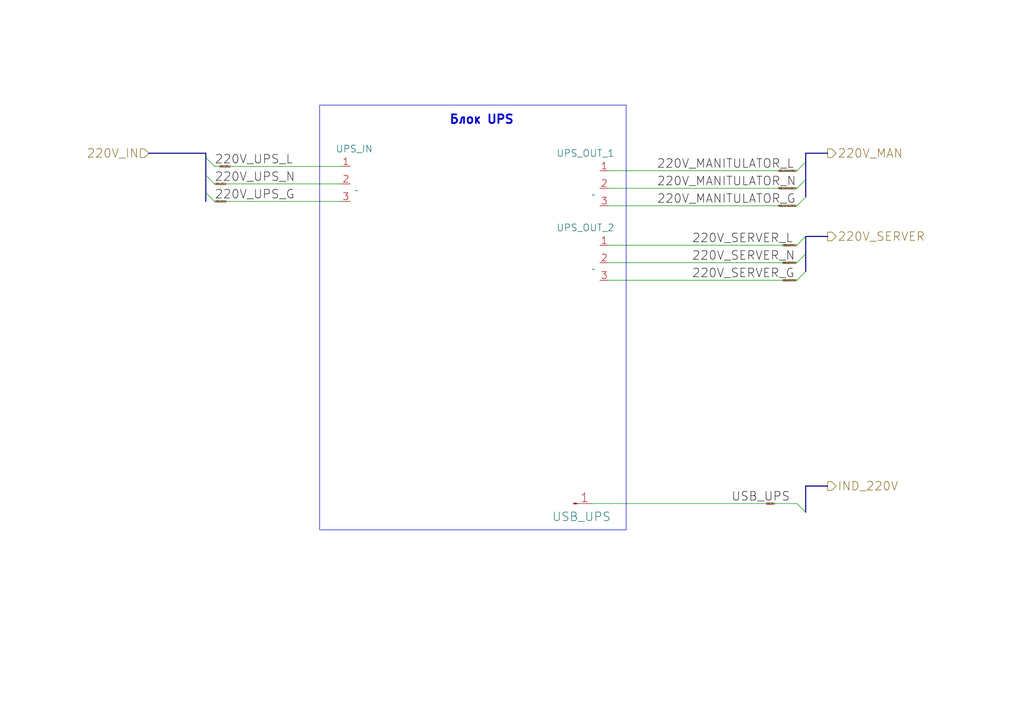
<source format=kicad_sch>
(kicad_sch (version 20250114) (generator "eeschema") (generator_version "9.0")
  (paper "A4")
  (lib_symbols
    (symbol "Connector:Conn_01x01_Pin" (pin_names (offset 1.016) (hide yes))
      (property "Reference" "J" (at 0 6.604 0))
      (property "Value" "Conn_01x01_Pin" (at 0 -2.54 0))
      (symbol "Conn_01x01_Pin_1_1"
        (rectangle (start 0.8636 0.127) (end 0 -0.127) (stroke (width 0.1524)) (fill (type outline)))
        (polyline (pts (xy 1.27 0) (xy 0.8636 0)) (stroke (width 0.1524)))
        (pin passive line (at 5.08 0 180) (length 3.81) (name "Pin_1") (number "1"))
      )
    )
    (symbol "Connector:Conn_01x03_(wide)"
      (property "Reference" "J" (at 0 0 0))
      (symbol "Conn_01x03_(wide)_1_1"
        (pin input line (at -2.54 -5.08 0) (length 2.54) (name "") (number "1"))
        (pin input line (at -2.54 -10.16 0) (length 2.54) (name "") (number "2"))
        (pin input line (at -2.54 -15.24 0) (length 2.54) (name "") (number "3"))
      )
    )
  )
  (rectangle (start 92.71 30.48) (end 181.61 153.67))
  (text "Блок UPS" (at 139.7 34.798 0) (effects (font (size 2.5 2.5) (thickness 0.5) (bold yes))))
  (bus_entry (at 233.68 78.74) (size -2.54 2.54))
  (bus_entry (at 59.69 45.72) (size 2.54 2.54))
  (bus_entry (at 59.69 55.88) (size 2.54 2.54))
  (bus_entry (at 231.14 146.05) (size 2.54 2.54))
  (bus_entry (at 233.68 68.58) (size -2.54 2.54))
  (bus_entry (at 233.68 46.99) (size -2.54 2.54))
  (bus_entry (at 59.69 50.8) (size 2.54 2.54))
  (bus_entry (at 233.68 73.66) (size -2.54 2.54))
  (bus_entry (at 233.68 57.15) (size -2.54 2.54))
  (bus_entry (at 233.68 52.07) (size -2.54 2.54))
  (bus (pts (xy 233.68 46.99) (xy 233.68 52.07)))
  (bus (pts (xy 233.68 52.07) (xy 233.68 57.15)))
  (bus (pts (xy 59.69 55.88) (xy 59.69 58.42)))
  (wire (pts (xy 171.45 146.05) (xy 231.14 146.05)))
  (wire (pts (xy 62.23 48.26) (xy 99.06 48.26)))
  (bus (pts (xy 59.69 50.8) (xy 59.69 55.88)))
  (wire (pts (xy 62.23 58.42) (xy 99.06 58.42)))
  (bus (pts (xy 233.68 44.45) (xy 233.68 46.99)))
  (bus (pts (xy 233.68 44.45) (xy 240.03 44.45)))
  (bus (pts (xy 233.68 73.66) (xy 233.68 78.74)))
  (bus (pts (xy 59.69 44.45) (xy 59.69 45.72)))
  (wire (pts (xy 176.53 76.2) (xy 231.14 76.2)))
  (bus (pts (xy 43.18 44.45) (xy 59.69 44.45)))
  (wire (pts (xy 176.53 54.61) (xy 231.14 54.61)))
  (wire (pts (xy 176.53 81.28) (xy 231.14 81.28)))
  (bus (pts (xy 233.68 68.58) (xy 233.68 73.66)))
  (bus (pts (xy 233.68 148.59) (xy 233.68 140.97)))
  (wire (pts (xy 176.53 59.69) (xy 231.14 59.69)))
  (wire (pts (xy 62.23 53.34) (xy 99.06 53.34)))
  (bus (pts (xy 233.68 140.97) (xy 240.03 140.97)))
  (wire (pts (xy 176.53 49.53) (xy 231.14 49.53)))
  (bus (pts (xy 59.69 45.72) (xy 59.69 50.8)))
  (wire (pts (xy 176.53 71.12) (xy 231.14 71.12)))
  (bus (pts (xy 233.68 68.58) (xy 240.03 68.58)))
  (label "220V_SERVER_G" (at 200.66 81.28 0) (effects (font (size 2.5 2.5))))
  (label "220V_UPS_G" (at 62.23 58.42 0) (effects (font (size 2.5 2.5))))
  (label "220V_SERVER_N" (at 200.66 76.2 0) (effects (font (size 2.5 2.5))))
  (label "220V_MANITULATOR_N" (at 190.5 54.61 0) (effects (font (size 2.5 2.5))))
  (label "USB_UPS" (at 212.09 146.05 0) (effects (font (size 2.5 2.5))))
  (label "220V_UPS_N" (at 62.23 53.34 0) (effects (font (size 2.5 2.5))))
  (label "220V_MANITULATOR_G" (at 190.5 59.69 0) (effects (font (size 2.5 2.5))))
  (label "220V_UPS_L" (at 62.23 48.26 0) (effects (font (size 2.5 2.5))))
  (label "220V_MANITULATOR_L" (at 190.5 49.53 0) (effects (font (size 2.5 2.5))))
  (label "220V_SERVER_L" (at 200.66 71.12 0) (effects (font (size 2.5 2.5))))
  (global_label "USB_UPS" (shape input) (at 224.79 146.05 180) (effects (font (size 0.3 0.3))) (property "Intersheetrefs" "${INTERSHEET_REFS}" (effects (hide yes))))
  (global_label "220V_UPS_N" (shape input) (at 62.23 53.34 0) (effects (font (size 0.3 0.3))) (property "Intersheetrefs" "${INTERSHEET_REFS}" (effects (hide yes))))
  (global_label "220V_MANITULATOR_N" (shape input) (at 231.14 54.61 180) (effects (font (size 0.3 0.3))) (property "Intersheetrefs" "${INTERSHEET_REFS}" (effects (hide yes))))
  (global_label "220V_SERVER_G" (shape input) (at 231.14 81.28 180) (effects (font (size 0.3 0.3))) (property "Intersheetrefs" "${INTERSHEET_REFS}" (effects (hide yes))))
  (global_label "220V_UPS_G" (shape input) (at 62.23 58.42 0) (effects (font (size 0.3 0.3))) (property "Intersheetrefs" "${INTERSHEET_REFS}" (effects (hide yes))))
  (global_label "220V_UPS_L" (shape input) (at 63.5 48.26 0) (effects (font (size 0.3 0.3))) (property "Intersheetrefs" "${INTERSHEET_REFS}" (effects (hide yes))))
  (global_label "220V_SERVER_N" (shape input) (at 231.14 76.2 180) (effects (font (size 0.3 0.3))) (property "Intersheetrefs" "${INTERSHEET_REFS}" (effects (hide yes))))
  (global_label "220V_SERVER_L" (shape input) (at 231.14 71.12 180) (effects (font (size 0.3 0.3))) (property "Intersheetrefs" "${INTERSHEET_REFS}" (effects (hide yes))))
  (global_label "220V_MANITULATOR_L" (shape input) (at 231.14 49.53 180) (effects (font (size 0.3 0.3))) (property "Intersheetrefs" "${INTERSHEET_REFS}" (effects (hide yes))))
  (global_label "220V_MANITULATOR_G" (shape input) (at 231.14 59.69 180) (effects (font (size 0.3 0.3))) (property "Intersheetrefs" "${INTERSHEET_REFS}" (effects (hide yes))))
  (hierarchical_label "220V_MAN" (shape output) (at 240.03 44.45 0) (effects (font (size 2.5 2.5))))
  (hierarchical_label "IND_220V" (shape output) (at 240.03 140.97 0) (effects (font (size 2.5 2.5))))
  (hierarchical_label "220V_SERVER" (shape output) (at 240.03 68.58 0) (effects (font (size 2.5 2.5))))
  (hierarchical_label "220V_IN" (shape input) (at 43.18 44.45 180) (effects (font (size 2.5 2.5))))
  (symbol (lib_id "Connector:Conn_01x03_(wide)") (at 173.99 66.04 0) (mirror y) (unit 1)
    (property "Reference" "UPS_OUT_2" (at 178.308 66.04 0) (effects (font (size 2 2)) (justify left)))
    (property "Value" "~" (at 172.72 78.105 0) (effects (justify left)))
  )
  (symbol (lib_id "Connector:Conn_01x03_(wide)") (at 173.99 44.45 0) (mirror y) (unit 1)
    (property "Reference" "UPS_OUT_1" (at 178.308 44.45 0) (effects (font (size 2 2)) (justify left)))
    (property "Value" "~" (at 172.72 56.515 0) (effects (justify left)))
  )
  (symbol (lib_id "Connector:Conn_01x03_(wide)") (at 101.6 43.18 0) (unit 1)
    (property "Reference" "UPS_IN" (at 97.282 43.18 0) (effects (font (size 2 2)) (justify left)))
    (property "Value" "~" (at 102.87 55.245 0) (effects (justify left)))
  )
  (symbol (lib_id "Connector:Conn_01x01_Pin") (at 166.37 146.05 0) (mirror x) (unit 1)
    (property "Reference" "USB_UPS" (at 168.656 149.86 0) (effects (font (size 2.5 2.5))))
    (property "Value" "SATA1" (effects (hide yes)))
    (property "Description" "Generic connector, single row, 01x01, script generated" (effects (hide yes)))
  )
)
</source>
